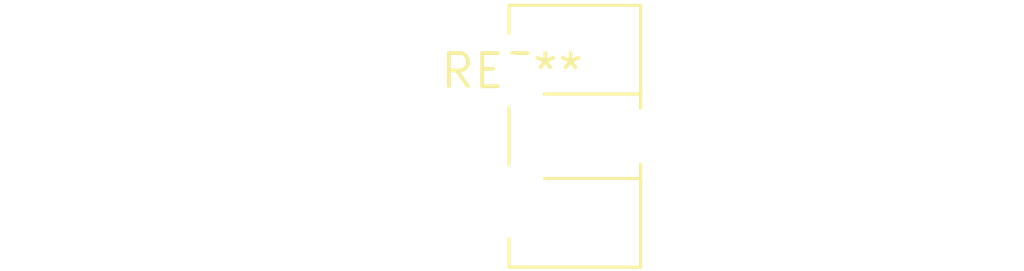
<source format=kicad_pcb>
(kicad_pcb (version 20240108) (generator pcbnew)
  (layers (0 "F.Cu" signal) (31 "B.Cu" signal) (34 "B.Paste" user) (35 "F.Paste" user) (36 "B.SilkS" user "B.Silkscreen") (37 "F.SilkS" user "F.Silkscreen") (38 "B.Mask" user) (39 "F.Mask" user) (44 "Edge.Cuts" user))
  (net 0 "")
  (footprint "Potentiometer_ACP_CA9-H3,8_Horizontal" (layer "F.Cu") (at 0 0)
    (property "Reference" "REF**")
    (property "Value" "Potentiometer_ACP_CA9-H3,8_Horizontal")
    (fp_line (start -0.121 -2.521) (end -0.121 -1.426) (layer "F.SilkS") (stroke (width 0.12)))
    (fp_line (start -0.121 -2.521) (end 4.92 -2.521) (layer "F.SilkS") (stroke (width 0.12)))
    (fp_line (start -0.121 1.426) (end -0.121 3.575) (layer "F.SilkS") (stroke (width 0.12)))
    (fp_line (start -0.121 1.426) (end -0.121 3.575) (layer "F.SilkS") (stroke (width 0.12)))
    (fp_line (start -0.121 6.425) (end -0.121 7.52) (layer "F.SilkS") (stroke (width 0.12)))
    (fp_line (start -0.121 7.52) (end 4.92 7.52) (layer "F.SilkS") (stroke (width 0.12)))
    (fp_line (start 1.237 0.88) (end 4.92 0.88) (layer "F.SilkS") (stroke (width 0.12)))
    (fp_line (start 1.237 4.12) (end 4.92 4.12) (layer "F.SilkS") (stroke (width 0.12)))
    (fp_line (start 4.92 -2.521) (end 4.92 1.428) (layer "F.SilkS") (stroke (width 0.12)))
    (fp_line (start 4.92 0.88) (end 4.92 1.428) (layer "F.SilkS") (stroke (width 0.12)))
    (fp_line (start 4.92 3.573) (end 4.92 4.12) (layer "F.SilkS") (stroke (width 0.12)))
    (fp_line (start 4.92 3.573) (end 4.92 7.52) (layer "F.SilkS") (stroke (width 0.12)))
    (pad "1" thru_hole circle (at 0 0) (size 2.34 2.34) (drill 1.3) (layers *.Cu *.Mask) (remove_unused_layers))
    (pad "2" thru_hole circle (at 3.8 2.5) (size 2.34 2.34) (drill 1.3) (layers *.Cu *.Mask) (remove_unused_layers))
    (pad "3" thru_hole circle (at 0 5) (size 2.34 2.34) (drill 1.3) (layers *.Cu *.Mask) (remove_unused_layers))
  )
)
</source>
